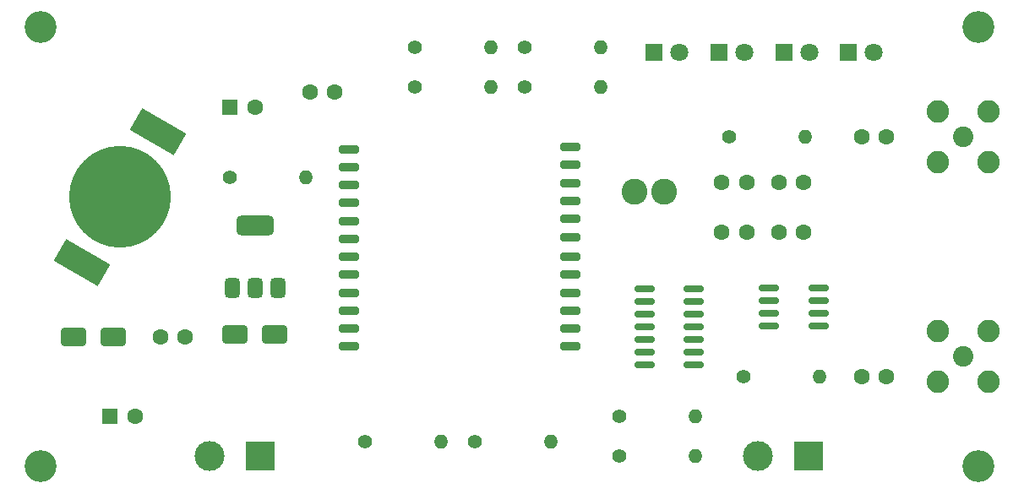
<source format=gbr>
%TF.GenerationSoftware,KiCad,Pcbnew,8.0.3*%
%TF.CreationDate,2024-07-31T17:37:35+08:00*%
%TF.ProjectId,pcb,7063622e-6b69-4636-9164-5f7063625858,rev?*%
%TF.SameCoordinates,Original*%
%TF.FileFunction,Soldermask,Top*%
%TF.FilePolarity,Negative*%
%FSLAX46Y46*%
G04 Gerber Fmt 4.6, Leading zero omitted, Abs format (unit mm)*
G04 Created by KiCad (PCBNEW 8.0.3) date 2024-07-31 17:37:35*
%MOMM*%
%LPD*%
G01*
G04 APERTURE LIST*
G04 Aperture macros list*
%AMRoundRect*
0 Rectangle with rounded corners*
0 $1 Rounding radius*
0 $2 $3 $4 $5 $6 $7 $8 $9 X,Y pos of 4 corners*
0 Add a 4 corners polygon primitive as box body*
4,1,4,$2,$3,$4,$5,$6,$7,$8,$9,$2,$3,0*
0 Add four circle primitives for the rounded corners*
1,1,$1+$1,$2,$3*
1,1,$1+$1,$4,$5*
1,1,$1+$1,$6,$7*
1,1,$1+$1,$8,$9*
0 Add four rect primitives between the rounded corners*
20,1,$1+$1,$2,$3,$4,$5,0*
20,1,$1+$1,$4,$5,$6,$7,0*
20,1,$1+$1,$6,$7,$8,$9,0*
20,1,$1+$1,$8,$9,$2,$3,0*%
%AMRotRect*
0 Rectangle, with rotation*
0 The origin of the aperture is its center*
0 $1 length*
0 $2 width*
0 $3 Rotation angle, in degrees counterclockwise*
0 Add horizontal line*
21,1,$1,$2,0,0,$3*%
G04 Aperture macros list end*
%ADD10RoundRect,0.250000X-1.000000X-0.650000X1.000000X-0.650000X1.000000X0.650000X-1.000000X0.650000X0*%
%ADD11C,1.400000*%
%ADD12O,1.400000X1.400000*%
%ADD13R,1.800000X1.800000*%
%ADD14C,1.800000*%
%ADD15RoundRect,0.150000X-0.825000X-0.150000X0.825000X-0.150000X0.825000X0.150000X-0.825000X0.150000X0*%
%ADD16C,2.050000*%
%ADD17C,2.250000*%
%ADD18C,1.600000*%
%ADD19C,2.600000*%
%ADD20RotRect,2.500000X5.100000X240.000000*%
%ADD21C,10.200000*%
%ADD22RoundRect,0.200000X-0.800000X-0.200000X0.800000X-0.200000X0.800000X0.200000X-0.800000X0.200000X0*%
%ADD23R,3.000000X3.000000*%
%ADD24C,3.000000*%
%ADD25R,1.600000X1.600000*%
%ADD26C,3.200000*%
%ADD27RoundRect,0.375000X0.375000X-0.625000X0.375000X0.625000X-0.375000X0.625000X-0.375000X-0.625000X0*%
%ADD28RoundRect,0.500000X1.400000X-0.500000X1.400000X0.500000X-1.400000X0.500000X-1.400000X-0.500000X0*%
G04 APERTURE END LIST*
D10*
%TO.C,D3*%
X102485000Y-83780000D03*
X106485000Y-83780000D03*
%TD*%
%TO.C,D2*%
X90332500Y-84000000D03*
X86332500Y-84000000D03*
%TD*%
D11*
%TO.C,R2*%
X120500000Y-55000000D03*
D12*
X128120000Y-55000000D03*
%TD*%
D11*
%TO.C,R3*%
X152000000Y-64000000D03*
D12*
X159620000Y-64000000D03*
%TD*%
D13*
%TO.C,D6*%
X157500000Y-55500000D03*
D14*
X160040000Y-55500000D03*
%TD*%
D11*
%TO.C,R9*%
X141000000Y-96000000D03*
D12*
X148620000Y-96000000D03*
%TD*%
D11*
%TO.C,R4*%
X120500000Y-59000000D03*
D12*
X128120000Y-59000000D03*
%TD*%
D13*
%TO.C,D1*%
X151000000Y-55500000D03*
D14*
X153540000Y-55500000D03*
%TD*%
D15*
%TO.C,U3*%
X148475000Y-79190000D03*
X148475000Y-80460000D03*
X148475000Y-81730000D03*
X148475000Y-83000000D03*
X148475000Y-84270000D03*
X148475000Y-85540000D03*
X148475000Y-86810000D03*
X143525000Y-86810000D03*
X143525000Y-85540000D03*
X143525000Y-84270000D03*
X143525000Y-83000000D03*
X143525000Y-81730000D03*
X143525000Y-80460000D03*
X143525000Y-79190000D03*
%TD*%
D11*
%TO.C,R10*%
X153500000Y-88000000D03*
D12*
X161120000Y-88000000D03*
%TD*%
D16*
%TO.C,J2*%
X175500000Y-64000000D03*
D17*
X172960000Y-61460000D03*
X172960000Y-66540000D03*
X178040000Y-61460000D03*
X178040000Y-66540000D03*
%TD*%
D18*
%TO.C,C8*%
X165300000Y-64000000D03*
X167800000Y-64000000D03*
%TD*%
D15*
%TO.C,U4*%
X160975000Y-79095000D03*
X160975000Y-80365000D03*
X160975000Y-81635000D03*
X160975000Y-82905000D03*
X156025000Y-82905000D03*
X156025000Y-81635000D03*
X156025000Y-80365000D03*
X156025000Y-79095000D03*
%TD*%
D16*
%TO.C,J3*%
X175500000Y-86000000D03*
D17*
X172960000Y-83460000D03*
X172960000Y-88540000D03*
X178040000Y-83460000D03*
X178040000Y-88540000D03*
%TD*%
D19*
%TO.C,L1*%
X142500000Y-69500000D03*
X145500000Y-69500000D03*
%TD*%
D11*
%TO.C,R6*%
X131500000Y-59000000D03*
D12*
X139120000Y-59000000D03*
%TD*%
D18*
%TO.C,C10*%
X157000000Y-73500000D03*
X159500000Y-73500000D03*
%TD*%
D20*
%TO.C,BT1*%
X94800000Y-63418207D03*
X87200000Y-76581793D03*
D21*
X91000000Y-70000000D03*
%TD*%
D22*
%TO.C,U2*%
X113900000Y-65200000D03*
X113900000Y-67000000D03*
X113900000Y-68800000D03*
X113900000Y-70600000D03*
X113900000Y-72400000D03*
X113900000Y-74200000D03*
X113900000Y-76000000D03*
X113900000Y-77800000D03*
X113900000Y-79600000D03*
X113900000Y-81400000D03*
X113900000Y-83200000D03*
X113900000Y-85000000D03*
X136100000Y-85000000D03*
X136100000Y-83200000D03*
X136100000Y-81400000D03*
X136100000Y-79600000D03*
X136100000Y-77800000D03*
X136100000Y-76000000D03*
X136100000Y-74000000D03*
X136100000Y-72200000D03*
X136100000Y-70400000D03*
X136100000Y-68600000D03*
X136100000Y-66800000D03*
X136100000Y-65000000D03*
%TD*%
D11*
%TO.C,R5*%
X102000000Y-68000000D03*
D12*
X109620000Y-68000000D03*
%TD*%
D23*
%TO.C,J1*%
X105000000Y-96000000D03*
D24*
X99920000Y-96000000D03*
%TD*%
D18*
%TO.C,C6*%
X151300000Y-73500000D03*
X153800000Y-73500000D03*
%TD*%
D13*
%TO.C,D4*%
X144500000Y-55500000D03*
D14*
X147040000Y-55500000D03*
%TD*%
D11*
%TO.C,R7*%
X115500000Y-94500000D03*
D12*
X123120000Y-94500000D03*
%TD*%
D11*
%TO.C,R8*%
X126500000Y-94500000D03*
D12*
X134120000Y-94500000D03*
%TD*%
D25*
%TO.C,C1*%
X90000000Y-92000000D03*
D18*
X92500000Y-92000000D03*
%TD*%
D23*
%TO.C,J4*%
X160000000Y-96000000D03*
D24*
X154920000Y-96000000D03*
%TD*%
D18*
%TO.C,C4*%
X157000000Y-68500000D03*
X159500000Y-68500000D03*
%TD*%
%TO.C,C2*%
X97500000Y-84000000D03*
X95000000Y-84000000D03*
%TD*%
D11*
%TO.C,R11*%
X141000000Y-92000000D03*
D12*
X148620000Y-92000000D03*
%TD*%
D26*
%TO.C,H1*%
X83000000Y-53000000D03*
%TD*%
%TO.C,H4*%
X83000000Y-97000000D03*
%TD*%
D25*
%TO.C,C7*%
X102000000Y-61000000D03*
D18*
X104500000Y-61000000D03*
%TD*%
D13*
%TO.C,D5*%
X164000000Y-55500000D03*
D14*
X166540000Y-55500000D03*
%TD*%
D26*
%TO.C,H3*%
X177000000Y-97000000D03*
%TD*%
D11*
%TO.C,R1*%
X131500000Y-55000000D03*
D12*
X139120000Y-55000000D03*
%TD*%
D18*
%TO.C,C9*%
X165300000Y-88000000D03*
X167800000Y-88000000D03*
%TD*%
%TO.C,C5*%
X110000000Y-59500000D03*
X112500000Y-59500000D03*
%TD*%
D26*
%TO.C,H2*%
X177000000Y-53000000D03*
%TD*%
D18*
%TO.C,C3*%
X151300000Y-68500000D03*
X153800000Y-68500000D03*
%TD*%
D27*
%TO.C,U1*%
X106800000Y-79150000D03*
D28*
X104500000Y-72850000D03*
D27*
X104500000Y-79150000D03*
X102200000Y-79150000D03*
%TD*%
M02*

</source>
